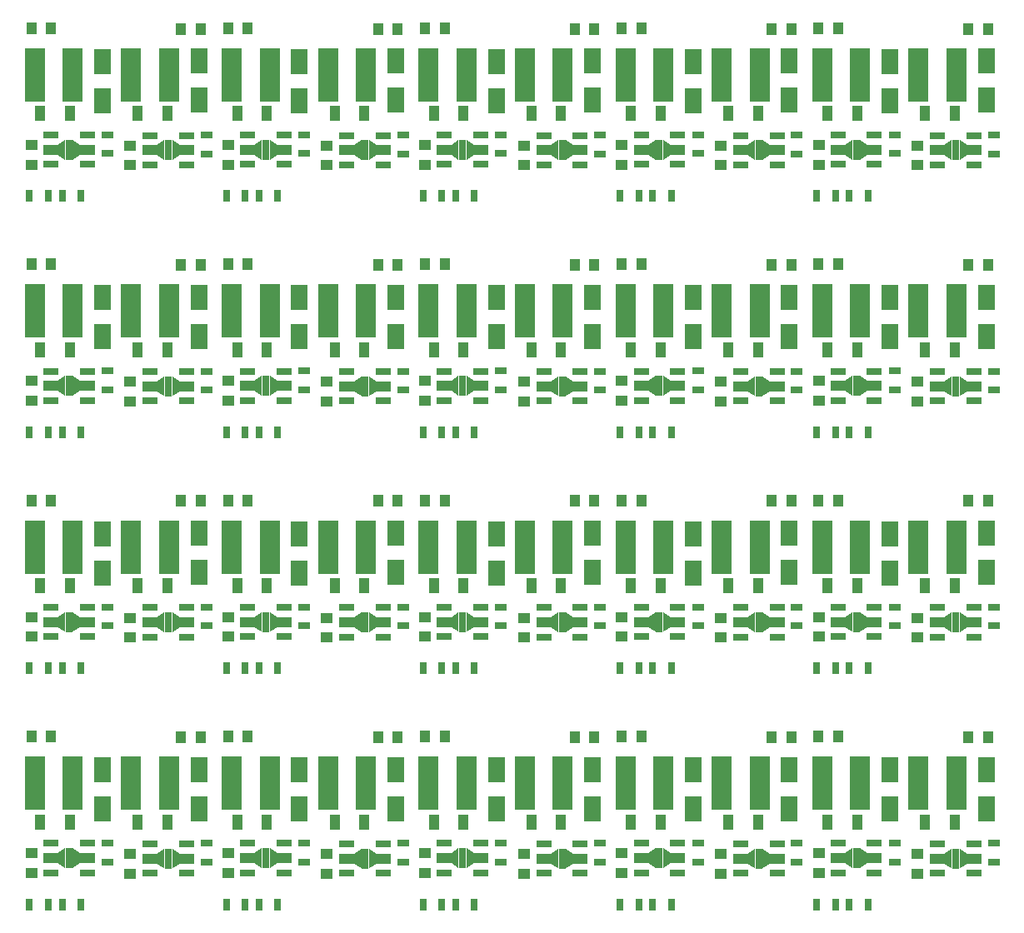
<source format=gtp>
G04 #@! TF.FileFunction,Paste,Top*
%FSLAX46Y46*%
G04 Gerber Fmt 4.6, Leading zero omitted, Abs format (unit mm)*
G04 Created by KiCad (PCBNEW 4.0.2-stable) date 9/5/2017 3:04:55 PM*
%MOMM*%
G01*
G04 APERTURE LIST*
%ADD10C,0.100000*%
%ADD11R,0.700000X1.300000*%
%ADD12R,1.000000X1.250000*%
%ADD13R,1.800000X2.500000*%
%ADD14R,2.150000X5.500000*%
%ADD15R,1.000000X1.600000*%
%ADD16R,1.500000X0.700000*%
%ADD17R,1.500000X1.000000*%
%ADD18R,0.800000X2.000000*%
%ADD19R,1.250000X1.000000*%
%ADD20R,1.300000X0.700000*%
G04 APERTURE END LIST*
D10*
D11*
X136116200Y-140999000D03*
X134216200Y-140999000D03*
X116116200Y-140999000D03*
X114216200Y-140999000D03*
X96116200Y-140999000D03*
X94216200Y-140999000D03*
X76116200Y-140999000D03*
X74216200Y-140999000D03*
X56116200Y-140999000D03*
X54216200Y-140999000D03*
X136116200Y-116999000D03*
X134216200Y-116999000D03*
X116116200Y-116999000D03*
X114216200Y-116999000D03*
X96116200Y-116999000D03*
X94216200Y-116999000D03*
X76116200Y-116999000D03*
X74216200Y-116999000D03*
X56116200Y-116999000D03*
X54216200Y-116999000D03*
X136116200Y-92999000D03*
X134216200Y-92999000D03*
X116116200Y-92999000D03*
X114216200Y-92999000D03*
X96116200Y-92999000D03*
X94216200Y-92999000D03*
X76116200Y-92999000D03*
X74216200Y-92999000D03*
X56116200Y-92999000D03*
X54216200Y-92999000D03*
X136116200Y-68999000D03*
X134216200Y-68999000D03*
X116116200Y-68999000D03*
X114216200Y-68999000D03*
X96116200Y-68999000D03*
X94216200Y-68999000D03*
X76116200Y-68999000D03*
X74216200Y-68999000D03*
X132804000Y-140999000D03*
X130904000Y-140999000D03*
X112804000Y-140999000D03*
X110904000Y-140999000D03*
X92804000Y-140999000D03*
X90904000Y-140999000D03*
X72804000Y-140999000D03*
X70904000Y-140999000D03*
X52804000Y-140999000D03*
X50904000Y-140999000D03*
X132804000Y-116999000D03*
X130904000Y-116999000D03*
X112804000Y-116999000D03*
X110904000Y-116999000D03*
X92804000Y-116999000D03*
X90904000Y-116999000D03*
X72804000Y-116999000D03*
X70904000Y-116999000D03*
X52804000Y-116999000D03*
X50904000Y-116999000D03*
X132804000Y-92999000D03*
X130904000Y-92999000D03*
X112804000Y-92999000D03*
X110904000Y-92999000D03*
X92804000Y-92999000D03*
X90904000Y-92999000D03*
X72804000Y-92999000D03*
X70904000Y-92999000D03*
X52804000Y-92999000D03*
X50904000Y-92999000D03*
X132804000Y-68999000D03*
X130904000Y-68999000D03*
X112804000Y-68999000D03*
X110904000Y-68999000D03*
X92804000Y-68999000D03*
X90904000Y-68999000D03*
X72804000Y-68999000D03*
X70904000Y-68999000D03*
D12*
X148297200Y-124006400D03*
X146297200Y-124006400D03*
X128297200Y-124006400D03*
X126297200Y-124006400D03*
X108297200Y-124006400D03*
X106297200Y-124006400D03*
X88297200Y-124006400D03*
X86297200Y-124006400D03*
X68297200Y-124006400D03*
X66297200Y-124006400D03*
X148297200Y-100006400D03*
X146297200Y-100006400D03*
X128297200Y-100006400D03*
X126297200Y-100006400D03*
X108297200Y-100006400D03*
X106297200Y-100006400D03*
X88297200Y-100006400D03*
X86297200Y-100006400D03*
X68297200Y-100006400D03*
X66297200Y-100006400D03*
X148297200Y-76006400D03*
X146297200Y-76006400D03*
X128297200Y-76006400D03*
X126297200Y-76006400D03*
X108297200Y-76006400D03*
X106297200Y-76006400D03*
X88297200Y-76006400D03*
X86297200Y-76006400D03*
X68297200Y-76006400D03*
X66297200Y-76006400D03*
X148297200Y-52006400D03*
X146297200Y-52006400D03*
X128297200Y-52006400D03*
X126297200Y-52006400D03*
X108297200Y-52006400D03*
X106297200Y-52006400D03*
X88297200Y-52006400D03*
X86297200Y-52006400D03*
D13*
X148110000Y-131283000D03*
X148110000Y-127283000D03*
X128110000Y-131283000D03*
X128110000Y-127283000D03*
X108110000Y-131283000D03*
X108110000Y-127283000D03*
X88110000Y-131283000D03*
X88110000Y-127283000D03*
X68110000Y-131283000D03*
X68110000Y-127283000D03*
X148110000Y-107283000D03*
X148110000Y-103283000D03*
X128110000Y-107283000D03*
X128110000Y-103283000D03*
X108110000Y-107283000D03*
X108110000Y-103283000D03*
X88110000Y-107283000D03*
X88110000Y-103283000D03*
X68110000Y-107283000D03*
X68110000Y-103283000D03*
X148110000Y-83283000D03*
X148110000Y-79283000D03*
X128110000Y-83283000D03*
X128110000Y-79283000D03*
X108110000Y-83283000D03*
X108110000Y-79283000D03*
X88110000Y-83283000D03*
X88110000Y-79283000D03*
X68110000Y-83283000D03*
X68110000Y-79283000D03*
X148110000Y-59283000D03*
X148110000Y-55283000D03*
X128110000Y-59283000D03*
X128110000Y-55283000D03*
X108110000Y-59283000D03*
X108110000Y-55283000D03*
X88110000Y-59283000D03*
X88110000Y-55283000D03*
D14*
X141232000Y-128680000D03*
X145082000Y-128680000D03*
X121232000Y-128680000D03*
X125082000Y-128680000D03*
X101232000Y-128680000D03*
X105082000Y-128680000D03*
X81232000Y-128680000D03*
X85082000Y-128680000D03*
X61232000Y-128680000D03*
X65082000Y-128680000D03*
X141232000Y-104680000D03*
X145082000Y-104680000D03*
X121232000Y-104680000D03*
X125082000Y-104680000D03*
X101232000Y-104680000D03*
X105082000Y-104680000D03*
X81232000Y-104680000D03*
X85082000Y-104680000D03*
X61232000Y-104680000D03*
X65082000Y-104680000D03*
X141232000Y-80680000D03*
X145082000Y-80680000D03*
X121232000Y-80680000D03*
X125082000Y-80680000D03*
X101232000Y-80680000D03*
X105082000Y-80680000D03*
X81232000Y-80680000D03*
X85082000Y-80680000D03*
X61232000Y-80680000D03*
X65082000Y-80680000D03*
X141232000Y-56680000D03*
X145082000Y-56680000D03*
X121232000Y-56680000D03*
X125082000Y-56680000D03*
X101232000Y-56680000D03*
X105082000Y-56680000D03*
X81232000Y-56680000D03*
X85082000Y-56680000D03*
D15*
X141911000Y-132617000D03*
X144911000Y-132617000D03*
X121911000Y-132617000D03*
X124911000Y-132617000D03*
X101911000Y-132617000D03*
X104911000Y-132617000D03*
X81911000Y-132617000D03*
X84911000Y-132617000D03*
X61911000Y-132617000D03*
X64911000Y-132617000D03*
X141911000Y-108617000D03*
X144911000Y-108617000D03*
X121911000Y-108617000D03*
X124911000Y-108617000D03*
X101911000Y-108617000D03*
X104911000Y-108617000D03*
X81911000Y-108617000D03*
X84911000Y-108617000D03*
X61911000Y-108617000D03*
X64911000Y-108617000D03*
X141911000Y-84617000D03*
X144911000Y-84617000D03*
X121911000Y-84617000D03*
X124911000Y-84617000D03*
X101911000Y-84617000D03*
X104911000Y-84617000D03*
X81911000Y-84617000D03*
X84911000Y-84617000D03*
X61911000Y-84617000D03*
X64911000Y-84617000D03*
X141911000Y-60617000D03*
X144911000Y-60617000D03*
X121911000Y-60617000D03*
X124911000Y-60617000D03*
X101911000Y-60617000D03*
X104911000Y-60617000D03*
X81911000Y-60617000D03*
X84911000Y-60617000D03*
D10*
G36*
X135302000Y-135300000D02*
X136052000Y-135800000D01*
X136052000Y-136800000D01*
X135302000Y-137300000D01*
X135302000Y-135300000D01*
X135302000Y-135300000D01*
G37*
D16*
X136752000Y-134800000D03*
X136752000Y-137800000D03*
X133052000Y-134800000D03*
D17*
X133052000Y-136300000D03*
D16*
X133052000Y-137800000D03*
D17*
X136752000Y-136300000D03*
D10*
G36*
X134502000Y-137300000D02*
X133752000Y-136800000D01*
X133752000Y-135800000D01*
X134502000Y-135300000D01*
X134502000Y-137300000D01*
X134502000Y-137300000D01*
G37*
D18*
X134902000Y-136300000D03*
D10*
G36*
X115302000Y-135300000D02*
X116052000Y-135800000D01*
X116052000Y-136800000D01*
X115302000Y-137300000D01*
X115302000Y-135300000D01*
X115302000Y-135300000D01*
G37*
D16*
X116752000Y-134800000D03*
X116752000Y-137800000D03*
X113052000Y-134800000D03*
D17*
X113052000Y-136300000D03*
D16*
X113052000Y-137800000D03*
D17*
X116752000Y-136300000D03*
D10*
G36*
X114502000Y-137300000D02*
X113752000Y-136800000D01*
X113752000Y-135800000D01*
X114502000Y-135300000D01*
X114502000Y-137300000D01*
X114502000Y-137300000D01*
G37*
D18*
X114902000Y-136300000D03*
D10*
G36*
X95302000Y-135300000D02*
X96052000Y-135800000D01*
X96052000Y-136800000D01*
X95302000Y-137300000D01*
X95302000Y-135300000D01*
X95302000Y-135300000D01*
G37*
D16*
X96752000Y-134800000D03*
X96752000Y-137800000D03*
X93052000Y-134800000D03*
D17*
X93052000Y-136300000D03*
D16*
X93052000Y-137800000D03*
D17*
X96752000Y-136300000D03*
D10*
G36*
X94502000Y-137300000D02*
X93752000Y-136800000D01*
X93752000Y-135800000D01*
X94502000Y-135300000D01*
X94502000Y-137300000D01*
X94502000Y-137300000D01*
G37*
D18*
X94902000Y-136300000D03*
D10*
G36*
X75302000Y-135300000D02*
X76052000Y-135800000D01*
X76052000Y-136800000D01*
X75302000Y-137300000D01*
X75302000Y-135300000D01*
X75302000Y-135300000D01*
G37*
D16*
X76752000Y-134800000D03*
X76752000Y-137800000D03*
X73052000Y-134800000D03*
D17*
X73052000Y-136300000D03*
D16*
X73052000Y-137800000D03*
D17*
X76752000Y-136300000D03*
D10*
G36*
X74502000Y-137300000D02*
X73752000Y-136800000D01*
X73752000Y-135800000D01*
X74502000Y-135300000D01*
X74502000Y-137300000D01*
X74502000Y-137300000D01*
G37*
D18*
X74902000Y-136300000D03*
D10*
G36*
X55302000Y-135300000D02*
X56052000Y-135800000D01*
X56052000Y-136800000D01*
X55302000Y-137300000D01*
X55302000Y-135300000D01*
X55302000Y-135300000D01*
G37*
D16*
X56752000Y-134800000D03*
X56752000Y-137800000D03*
X53052000Y-134800000D03*
D17*
X53052000Y-136300000D03*
D16*
X53052000Y-137800000D03*
D17*
X56752000Y-136300000D03*
D10*
G36*
X54502000Y-137300000D02*
X53752000Y-136800000D01*
X53752000Y-135800000D01*
X54502000Y-135300000D01*
X54502000Y-137300000D01*
X54502000Y-137300000D01*
G37*
D18*
X54902000Y-136300000D03*
D10*
G36*
X135302000Y-111300000D02*
X136052000Y-111800000D01*
X136052000Y-112800000D01*
X135302000Y-113300000D01*
X135302000Y-111300000D01*
X135302000Y-111300000D01*
G37*
D16*
X136752000Y-110800000D03*
X136752000Y-113800000D03*
X133052000Y-110800000D03*
D17*
X133052000Y-112300000D03*
D16*
X133052000Y-113800000D03*
D17*
X136752000Y-112300000D03*
D10*
G36*
X134502000Y-113300000D02*
X133752000Y-112800000D01*
X133752000Y-111800000D01*
X134502000Y-111300000D01*
X134502000Y-113300000D01*
X134502000Y-113300000D01*
G37*
D18*
X134902000Y-112300000D03*
D10*
G36*
X115302000Y-111300000D02*
X116052000Y-111800000D01*
X116052000Y-112800000D01*
X115302000Y-113300000D01*
X115302000Y-111300000D01*
X115302000Y-111300000D01*
G37*
D16*
X116752000Y-110800000D03*
X116752000Y-113800000D03*
X113052000Y-110800000D03*
D17*
X113052000Y-112300000D03*
D16*
X113052000Y-113800000D03*
D17*
X116752000Y-112300000D03*
D10*
G36*
X114502000Y-113300000D02*
X113752000Y-112800000D01*
X113752000Y-111800000D01*
X114502000Y-111300000D01*
X114502000Y-113300000D01*
X114502000Y-113300000D01*
G37*
D18*
X114902000Y-112300000D03*
D10*
G36*
X95302000Y-111300000D02*
X96052000Y-111800000D01*
X96052000Y-112800000D01*
X95302000Y-113300000D01*
X95302000Y-111300000D01*
X95302000Y-111300000D01*
G37*
D16*
X96752000Y-110800000D03*
X96752000Y-113800000D03*
X93052000Y-110800000D03*
D17*
X93052000Y-112300000D03*
D16*
X93052000Y-113800000D03*
D17*
X96752000Y-112300000D03*
D10*
G36*
X94502000Y-113300000D02*
X93752000Y-112800000D01*
X93752000Y-111800000D01*
X94502000Y-111300000D01*
X94502000Y-113300000D01*
X94502000Y-113300000D01*
G37*
D18*
X94902000Y-112300000D03*
D10*
G36*
X75302000Y-111300000D02*
X76052000Y-111800000D01*
X76052000Y-112800000D01*
X75302000Y-113300000D01*
X75302000Y-111300000D01*
X75302000Y-111300000D01*
G37*
D16*
X76752000Y-110800000D03*
X76752000Y-113800000D03*
X73052000Y-110800000D03*
D17*
X73052000Y-112300000D03*
D16*
X73052000Y-113800000D03*
D17*
X76752000Y-112300000D03*
D10*
G36*
X74502000Y-113300000D02*
X73752000Y-112800000D01*
X73752000Y-111800000D01*
X74502000Y-111300000D01*
X74502000Y-113300000D01*
X74502000Y-113300000D01*
G37*
D18*
X74902000Y-112300000D03*
D10*
G36*
X55302000Y-111300000D02*
X56052000Y-111800000D01*
X56052000Y-112800000D01*
X55302000Y-113300000D01*
X55302000Y-111300000D01*
X55302000Y-111300000D01*
G37*
D16*
X56752000Y-110800000D03*
X56752000Y-113800000D03*
X53052000Y-110800000D03*
D17*
X53052000Y-112300000D03*
D16*
X53052000Y-113800000D03*
D17*
X56752000Y-112300000D03*
D10*
G36*
X54502000Y-113300000D02*
X53752000Y-112800000D01*
X53752000Y-111800000D01*
X54502000Y-111300000D01*
X54502000Y-113300000D01*
X54502000Y-113300000D01*
G37*
D18*
X54902000Y-112300000D03*
D10*
G36*
X135302000Y-87300000D02*
X136052000Y-87800000D01*
X136052000Y-88800000D01*
X135302000Y-89300000D01*
X135302000Y-87300000D01*
X135302000Y-87300000D01*
G37*
D16*
X136752000Y-86800000D03*
X136752000Y-89800000D03*
X133052000Y-86800000D03*
D17*
X133052000Y-88300000D03*
D16*
X133052000Y-89800000D03*
D17*
X136752000Y-88300000D03*
D10*
G36*
X134502000Y-89300000D02*
X133752000Y-88800000D01*
X133752000Y-87800000D01*
X134502000Y-87300000D01*
X134502000Y-89300000D01*
X134502000Y-89300000D01*
G37*
D18*
X134902000Y-88300000D03*
D10*
G36*
X115302000Y-87300000D02*
X116052000Y-87800000D01*
X116052000Y-88800000D01*
X115302000Y-89300000D01*
X115302000Y-87300000D01*
X115302000Y-87300000D01*
G37*
D16*
X116752000Y-86800000D03*
X116752000Y-89800000D03*
X113052000Y-86800000D03*
D17*
X113052000Y-88300000D03*
D16*
X113052000Y-89800000D03*
D17*
X116752000Y-88300000D03*
D10*
G36*
X114502000Y-89300000D02*
X113752000Y-88800000D01*
X113752000Y-87800000D01*
X114502000Y-87300000D01*
X114502000Y-89300000D01*
X114502000Y-89300000D01*
G37*
D18*
X114902000Y-88300000D03*
D10*
G36*
X95302000Y-87300000D02*
X96052000Y-87800000D01*
X96052000Y-88800000D01*
X95302000Y-89300000D01*
X95302000Y-87300000D01*
X95302000Y-87300000D01*
G37*
D16*
X96752000Y-86800000D03*
X96752000Y-89800000D03*
X93052000Y-86800000D03*
D17*
X93052000Y-88300000D03*
D16*
X93052000Y-89800000D03*
D17*
X96752000Y-88300000D03*
D10*
G36*
X94502000Y-89300000D02*
X93752000Y-88800000D01*
X93752000Y-87800000D01*
X94502000Y-87300000D01*
X94502000Y-89300000D01*
X94502000Y-89300000D01*
G37*
D18*
X94902000Y-88300000D03*
D10*
G36*
X75302000Y-87300000D02*
X76052000Y-87800000D01*
X76052000Y-88800000D01*
X75302000Y-89300000D01*
X75302000Y-87300000D01*
X75302000Y-87300000D01*
G37*
D16*
X76752000Y-86800000D03*
X76752000Y-89800000D03*
X73052000Y-86800000D03*
D17*
X73052000Y-88300000D03*
D16*
X73052000Y-89800000D03*
D17*
X76752000Y-88300000D03*
D10*
G36*
X74502000Y-89300000D02*
X73752000Y-88800000D01*
X73752000Y-87800000D01*
X74502000Y-87300000D01*
X74502000Y-89300000D01*
X74502000Y-89300000D01*
G37*
D18*
X74902000Y-88300000D03*
D10*
G36*
X55302000Y-87300000D02*
X56052000Y-87800000D01*
X56052000Y-88800000D01*
X55302000Y-89300000D01*
X55302000Y-87300000D01*
X55302000Y-87300000D01*
G37*
D16*
X56752000Y-86800000D03*
X56752000Y-89800000D03*
X53052000Y-86800000D03*
D17*
X53052000Y-88300000D03*
D16*
X53052000Y-89800000D03*
D17*
X56752000Y-88300000D03*
D10*
G36*
X54502000Y-89300000D02*
X53752000Y-88800000D01*
X53752000Y-87800000D01*
X54502000Y-87300000D01*
X54502000Y-89300000D01*
X54502000Y-89300000D01*
G37*
D18*
X54902000Y-88300000D03*
D10*
G36*
X135302000Y-63300000D02*
X136052000Y-63800000D01*
X136052000Y-64800000D01*
X135302000Y-65300000D01*
X135302000Y-63300000D01*
X135302000Y-63300000D01*
G37*
D16*
X136752000Y-62800000D03*
X136752000Y-65800000D03*
X133052000Y-62800000D03*
D17*
X133052000Y-64300000D03*
D16*
X133052000Y-65800000D03*
D17*
X136752000Y-64300000D03*
D10*
G36*
X134502000Y-65300000D02*
X133752000Y-64800000D01*
X133752000Y-63800000D01*
X134502000Y-63300000D01*
X134502000Y-65300000D01*
X134502000Y-65300000D01*
G37*
D18*
X134902000Y-64300000D03*
D10*
G36*
X115302000Y-63300000D02*
X116052000Y-63800000D01*
X116052000Y-64800000D01*
X115302000Y-65300000D01*
X115302000Y-63300000D01*
X115302000Y-63300000D01*
G37*
D16*
X116752000Y-62800000D03*
X116752000Y-65800000D03*
X113052000Y-62800000D03*
D17*
X113052000Y-64300000D03*
D16*
X113052000Y-65800000D03*
D17*
X116752000Y-64300000D03*
D10*
G36*
X114502000Y-65300000D02*
X113752000Y-64800000D01*
X113752000Y-63800000D01*
X114502000Y-63300000D01*
X114502000Y-65300000D01*
X114502000Y-65300000D01*
G37*
D18*
X114902000Y-64300000D03*
D10*
G36*
X95302000Y-63300000D02*
X96052000Y-63800000D01*
X96052000Y-64800000D01*
X95302000Y-65300000D01*
X95302000Y-63300000D01*
X95302000Y-63300000D01*
G37*
D16*
X96752000Y-62800000D03*
X96752000Y-65800000D03*
X93052000Y-62800000D03*
D17*
X93052000Y-64300000D03*
D16*
X93052000Y-65800000D03*
D17*
X96752000Y-64300000D03*
D10*
G36*
X94502000Y-65300000D02*
X93752000Y-64800000D01*
X93752000Y-63800000D01*
X94502000Y-63300000D01*
X94502000Y-65300000D01*
X94502000Y-65300000D01*
G37*
D18*
X94902000Y-64300000D03*
D10*
G36*
X75302000Y-63300000D02*
X76052000Y-63800000D01*
X76052000Y-64800000D01*
X75302000Y-65300000D01*
X75302000Y-63300000D01*
X75302000Y-63300000D01*
G37*
D16*
X76752000Y-62800000D03*
X76752000Y-65800000D03*
X73052000Y-62800000D03*
D17*
X73052000Y-64300000D03*
D16*
X73052000Y-65800000D03*
D17*
X76752000Y-64300000D03*
D10*
G36*
X74502000Y-65300000D02*
X73752000Y-64800000D01*
X73752000Y-63800000D01*
X74502000Y-63300000D01*
X74502000Y-65300000D01*
X74502000Y-65300000D01*
G37*
D18*
X74902000Y-64300000D03*
D19*
X131092000Y-137808000D03*
X131092000Y-135808000D03*
X111092000Y-137808000D03*
X111092000Y-135808000D03*
X91092000Y-137808000D03*
X91092000Y-135808000D03*
X71092000Y-137808000D03*
X71092000Y-135808000D03*
X51092000Y-137808000D03*
X51092000Y-135808000D03*
X131092000Y-113808000D03*
X131092000Y-111808000D03*
X111092000Y-113808000D03*
X111092000Y-111808000D03*
X91092000Y-113808000D03*
X91092000Y-111808000D03*
X71092000Y-113808000D03*
X71092000Y-111808000D03*
X51092000Y-113808000D03*
X51092000Y-111808000D03*
X131092000Y-89808000D03*
X131092000Y-87808000D03*
X111092000Y-89808000D03*
X111092000Y-87808000D03*
X91092000Y-89808000D03*
X91092000Y-87808000D03*
X71092000Y-89808000D03*
X71092000Y-87808000D03*
X51092000Y-89808000D03*
X51092000Y-87808000D03*
X131092000Y-65808000D03*
X131092000Y-63808000D03*
X111092000Y-65808000D03*
X111092000Y-63808000D03*
X91092000Y-65808000D03*
X91092000Y-63808000D03*
X71092000Y-65808000D03*
X71092000Y-63808000D03*
X141125000Y-137871500D03*
X141125000Y-135871500D03*
X121125000Y-137871500D03*
X121125000Y-135871500D03*
X101125000Y-137871500D03*
X101125000Y-135871500D03*
X81125000Y-137871500D03*
X81125000Y-135871500D03*
X61125000Y-137871500D03*
X61125000Y-135871500D03*
X141125000Y-113871500D03*
X141125000Y-111871500D03*
X121125000Y-113871500D03*
X121125000Y-111871500D03*
X101125000Y-113871500D03*
X101125000Y-111871500D03*
X81125000Y-113871500D03*
X81125000Y-111871500D03*
X61125000Y-113871500D03*
X61125000Y-111871500D03*
X141125000Y-89871500D03*
X141125000Y-87871500D03*
X121125000Y-89871500D03*
X121125000Y-87871500D03*
X101125000Y-89871500D03*
X101125000Y-87871500D03*
X81125000Y-89871500D03*
X81125000Y-87871500D03*
X61125000Y-89871500D03*
X61125000Y-87871500D03*
X141125000Y-65871500D03*
X141125000Y-63871500D03*
X121125000Y-65871500D03*
X121125000Y-63871500D03*
X101125000Y-65871500D03*
X101125000Y-63871500D03*
X81125000Y-65871500D03*
X81125000Y-63871500D03*
D20*
X148872000Y-134803900D03*
X148872000Y-136703900D03*
X128872000Y-134803900D03*
X128872000Y-136703900D03*
X108872000Y-134803900D03*
X108872000Y-136703900D03*
X88872000Y-134803900D03*
X88872000Y-136703900D03*
X68872000Y-134803900D03*
X68872000Y-136703900D03*
X148872000Y-110803900D03*
X148872000Y-112703900D03*
X128872000Y-110803900D03*
X128872000Y-112703900D03*
X108872000Y-110803900D03*
X108872000Y-112703900D03*
X88872000Y-110803900D03*
X88872000Y-112703900D03*
X68872000Y-110803900D03*
X68872000Y-112703900D03*
X148872000Y-86803900D03*
X148872000Y-88703900D03*
X128872000Y-86803900D03*
X128872000Y-88703900D03*
X108872000Y-86803900D03*
X108872000Y-88703900D03*
X88872000Y-86803900D03*
X88872000Y-88703900D03*
X68872000Y-86803900D03*
X68872000Y-88703900D03*
X148872000Y-62803900D03*
X148872000Y-64703900D03*
X128872000Y-62803900D03*
X128872000Y-64703900D03*
X108872000Y-62803900D03*
X108872000Y-64703900D03*
X88872000Y-62803900D03*
X88872000Y-64703900D03*
D10*
G36*
X145407000Y-135339500D02*
X146157000Y-135839500D01*
X146157000Y-136839500D01*
X145407000Y-137339500D01*
X145407000Y-135339500D01*
X145407000Y-135339500D01*
G37*
D16*
X146857000Y-134839500D03*
X146857000Y-137839500D03*
X143157000Y-134839500D03*
D17*
X143157000Y-136339500D03*
D16*
X143157000Y-137839500D03*
D17*
X146857000Y-136339500D03*
D10*
G36*
X144607000Y-137339500D02*
X143857000Y-136839500D01*
X143857000Y-135839500D01*
X144607000Y-135339500D01*
X144607000Y-137339500D01*
X144607000Y-137339500D01*
G37*
D18*
X145007000Y-136339500D03*
D10*
G36*
X125407000Y-135339500D02*
X126157000Y-135839500D01*
X126157000Y-136839500D01*
X125407000Y-137339500D01*
X125407000Y-135339500D01*
X125407000Y-135339500D01*
G37*
D16*
X126857000Y-134839500D03*
X126857000Y-137839500D03*
X123157000Y-134839500D03*
D17*
X123157000Y-136339500D03*
D16*
X123157000Y-137839500D03*
D17*
X126857000Y-136339500D03*
D10*
G36*
X124607000Y-137339500D02*
X123857000Y-136839500D01*
X123857000Y-135839500D01*
X124607000Y-135339500D01*
X124607000Y-137339500D01*
X124607000Y-137339500D01*
G37*
D18*
X125007000Y-136339500D03*
D10*
G36*
X105407000Y-135339500D02*
X106157000Y-135839500D01*
X106157000Y-136839500D01*
X105407000Y-137339500D01*
X105407000Y-135339500D01*
X105407000Y-135339500D01*
G37*
D16*
X106857000Y-134839500D03*
X106857000Y-137839500D03*
X103157000Y-134839500D03*
D17*
X103157000Y-136339500D03*
D16*
X103157000Y-137839500D03*
D17*
X106857000Y-136339500D03*
D10*
G36*
X104607000Y-137339500D02*
X103857000Y-136839500D01*
X103857000Y-135839500D01*
X104607000Y-135339500D01*
X104607000Y-137339500D01*
X104607000Y-137339500D01*
G37*
D18*
X105007000Y-136339500D03*
D10*
G36*
X85407000Y-135339500D02*
X86157000Y-135839500D01*
X86157000Y-136839500D01*
X85407000Y-137339500D01*
X85407000Y-135339500D01*
X85407000Y-135339500D01*
G37*
D16*
X86857000Y-134839500D03*
X86857000Y-137839500D03*
X83157000Y-134839500D03*
D17*
X83157000Y-136339500D03*
D16*
X83157000Y-137839500D03*
D17*
X86857000Y-136339500D03*
D10*
G36*
X84607000Y-137339500D02*
X83857000Y-136839500D01*
X83857000Y-135839500D01*
X84607000Y-135339500D01*
X84607000Y-137339500D01*
X84607000Y-137339500D01*
G37*
D18*
X85007000Y-136339500D03*
D10*
G36*
X65407000Y-135339500D02*
X66157000Y-135839500D01*
X66157000Y-136839500D01*
X65407000Y-137339500D01*
X65407000Y-135339500D01*
X65407000Y-135339500D01*
G37*
D16*
X66857000Y-134839500D03*
X66857000Y-137839500D03*
X63157000Y-134839500D03*
D17*
X63157000Y-136339500D03*
D16*
X63157000Y-137839500D03*
D17*
X66857000Y-136339500D03*
D10*
G36*
X64607000Y-137339500D02*
X63857000Y-136839500D01*
X63857000Y-135839500D01*
X64607000Y-135339500D01*
X64607000Y-137339500D01*
X64607000Y-137339500D01*
G37*
D18*
X65007000Y-136339500D03*
D10*
G36*
X145407000Y-111339500D02*
X146157000Y-111839500D01*
X146157000Y-112839500D01*
X145407000Y-113339500D01*
X145407000Y-111339500D01*
X145407000Y-111339500D01*
G37*
D16*
X146857000Y-110839500D03*
X146857000Y-113839500D03*
X143157000Y-110839500D03*
D17*
X143157000Y-112339500D03*
D16*
X143157000Y-113839500D03*
D17*
X146857000Y-112339500D03*
D10*
G36*
X144607000Y-113339500D02*
X143857000Y-112839500D01*
X143857000Y-111839500D01*
X144607000Y-111339500D01*
X144607000Y-113339500D01*
X144607000Y-113339500D01*
G37*
D18*
X145007000Y-112339500D03*
D10*
G36*
X125407000Y-111339500D02*
X126157000Y-111839500D01*
X126157000Y-112839500D01*
X125407000Y-113339500D01*
X125407000Y-111339500D01*
X125407000Y-111339500D01*
G37*
D16*
X126857000Y-110839500D03*
X126857000Y-113839500D03*
X123157000Y-110839500D03*
D17*
X123157000Y-112339500D03*
D16*
X123157000Y-113839500D03*
D17*
X126857000Y-112339500D03*
D10*
G36*
X124607000Y-113339500D02*
X123857000Y-112839500D01*
X123857000Y-111839500D01*
X124607000Y-111339500D01*
X124607000Y-113339500D01*
X124607000Y-113339500D01*
G37*
D18*
X125007000Y-112339500D03*
D10*
G36*
X105407000Y-111339500D02*
X106157000Y-111839500D01*
X106157000Y-112839500D01*
X105407000Y-113339500D01*
X105407000Y-111339500D01*
X105407000Y-111339500D01*
G37*
D16*
X106857000Y-110839500D03*
X106857000Y-113839500D03*
X103157000Y-110839500D03*
D17*
X103157000Y-112339500D03*
D16*
X103157000Y-113839500D03*
D17*
X106857000Y-112339500D03*
D10*
G36*
X104607000Y-113339500D02*
X103857000Y-112839500D01*
X103857000Y-111839500D01*
X104607000Y-111339500D01*
X104607000Y-113339500D01*
X104607000Y-113339500D01*
G37*
D18*
X105007000Y-112339500D03*
D10*
G36*
X85407000Y-111339500D02*
X86157000Y-111839500D01*
X86157000Y-112839500D01*
X85407000Y-113339500D01*
X85407000Y-111339500D01*
X85407000Y-111339500D01*
G37*
D16*
X86857000Y-110839500D03*
X86857000Y-113839500D03*
X83157000Y-110839500D03*
D17*
X83157000Y-112339500D03*
D16*
X83157000Y-113839500D03*
D17*
X86857000Y-112339500D03*
D10*
G36*
X84607000Y-113339500D02*
X83857000Y-112839500D01*
X83857000Y-111839500D01*
X84607000Y-111339500D01*
X84607000Y-113339500D01*
X84607000Y-113339500D01*
G37*
D18*
X85007000Y-112339500D03*
D10*
G36*
X65407000Y-111339500D02*
X66157000Y-111839500D01*
X66157000Y-112839500D01*
X65407000Y-113339500D01*
X65407000Y-111339500D01*
X65407000Y-111339500D01*
G37*
D16*
X66857000Y-110839500D03*
X66857000Y-113839500D03*
X63157000Y-110839500D03*
D17*
X63157000Y-112339500D03*
D16*
X63157000Y-113839500D03*
D17*
X66857000Y-112339500D03*
D10*
G36*
X64607000Y-113339500D02*
X63857000Y-112839500D01*
X63857000Y-111839500D01*
X64607000Y-111339500D01*
X64607000Y-113339500D01*
X64607000Y-113339500D01*
G37*
D18*
X65007000Y-112339500D03*
D10*
G36*
X145407000Y-87339500D02*
X146157000Y-87839500D01*
X146157000Y-88839500D01*
X145407000Y-89339500D01*
X145407000Y-87339500D01*
X145407000Y-87339500D01*
G37*
D16*
X146857000Y-86839500D03*
X146857000Y-89839500D03*
X143157000Y-86839500D03*
D17*
X143157000Y-88339500D03*
D16*
X143157000Y-89839500D03*
D17*
X146857000Y-88339500D03*
D10*
G36*
X144607000Y-89339500D02*
X143857000Y-88839500D01*
X143857000Y-87839500D01*
X144607000Y-87339500D01*
X144607000Y-89339500D01*
X144607000Y-89339500D01*
G37*
D18*
X145007000Y-88339500D03*
D10*
G36*
X125407000Y-87339500D02*
X126157000Y-87839500D01*
X126157000Y-88839500D01*
X125407000Y-89339500D01*
X125407000Y-87339500D01*
X125407000Y-87339500D01*
G37*
D16*
X126857000Y-86839500D03*
X126857000Y-89839500D03*
X123157000Y-86839500D03*
D17*
X123157000Y-88339500D03*
D16*
X123157000Y-89839500D03*
D17*
X126857000Y-88339500D03*
D10*
G36*
X124607000Y-89339500D02*
X123857000Y-88839500D01*
X123857000Y-87839500D01*
X124607000Y-87339500D01*
X124607000Y-89339500D01*
X124607000Y-89339500D01*
G37*
D18*
X125007000Y-88339500D03*
D10*
G36*
X105407000Y-87339500D02*
X106157000Y-87839500D01*
X106157000Y-88839500D01*
X105407000Y-89339500D01*
X105407000Y-87339500D01*
X105407000Y-87339500D01*
G37*
D16*
X106857000Y-86839500D03*
X106857000Y-89839500D03*
X103157000Y-86839500D03*
D17*
X103157000Y-88339500D03*
D16*
X103157000Y-89839500D03*
D17*
X106857000Y-88339500D03*
D10*
G36*
X104607000Y-89339500D02*
X103857000Y-88839500D01*
X103857000Y-87839500D01*
X104607000Y-87339500D01*
X104607000Y-89339500D01*
X104607000Y-89339500D01*
G37*
D18*
X105007000Y-88339500D03*
D10*
G36*
X85407000Y-87339500D02*
X86157000Y-87839500D01*
X86157000Y-88839500D01*
X85407000Y-89339500D01*
X85407000Y-87339500D01*
X85407000Y-87339500D01*
G37*
D16*
X86857000Y-86839500D03*
X86857000Y-89839500D03*
X83157000Y-86839500D03*
D17*
X83157000Y-88339500D03*
D16*
X83157000Y-89839500D03*
D17*
X86857000Y-88339500D03*
D10*
G36*
X84607000Y-89339500D02*
X83857000Y-88839500D01*
X83857000Y-87839500D01*
X84607000Y-87339500D01*
X84607000Y-89339500D01*
X84607000Y-89339500D01*
G37*
D18*
X85007000Y-88339500D03*
D10*
G36*
X65407000Y-87339500D02*
X66157000Y-87839500D01*
X66157000Y-88839500D01*
X65407000Y-89339500D01*
X65407000Y-87339500D01*
X65407000Y-87339500D01*
G37*
D16*
X66857000Y-86839500D03*
X66857000Y-89839500D03*
X63157000Y-86839500D03*
D17*
X63157000Y-88339500D03*
D16*
X63157000Y-89839500D03*
D17*
X66857000Y-88339500D03*
D10*
G36*
X64607000Y-89339500D02*
X63857000Y-88839500D01*
X63857000Y-87839500D01*
X64607000Y-87339500D01*
X64607000Y-89339500D01*
X64607000Y-89339500D01*
G37*
D18*
X65007000Y-88339500D03*
D10*
G36*
X145407000Y-63339500D02*
X146157000Y-63839500D01*
X146157000Y-64839500D01*
X145407000Y-65339500D01*
X145407000Y-63339500D01*
X145407000Y-63339500D01*
G37*
D16*
X146857000Y-62839500D03*
X146857000Y-65839500D03*
X143157000Y-62839500D03*
D17*
X143157000Y-64339500D03*
D16*
X143157000Y-65839500D03*
D17*
X146857000Y-64339500D03*
D10*
G36*
X144607000Y-65339500D02*
X143857000Y-64839500D01*
X143857000Y-63839500D01*
X144607000Y-63339500D01*
X144607000Y-65339500D01*
X144607000Y-65339500D01*
G37*
D18*
X145007000Y-64339500D03*
D10*
G36*
X125407000Y-63339500D02*
X126157000Y-63839500D01*
X126157000Y-64839500D01*
X125407000Y-65339500D01*
X125407000Y-63339500D01*
X125407000Y-63339500D01*
G37*
D16*
X126857000Y-62839500D03*
X126857000Y-65839500D03*
X123157000Y-62839500D03*
D17*
X123157000Y-64339500D03*
D16*
X123157000Y-65839500D03*
D17*
X126857000Y-64339500D03*
D10*
G36*
X124607000Y-65339500D02*
X123857000Y-64839500D01*
X123857000Y-63839500D01*
X124607000Y-63339500D01*
X124607000Y-65339500D01*
X124607000Y-65339500D01*
G37*
D18*
X125007000Y-64339500D03*
D10*
G36*
X105407000Y-63339500D02*
X106157000Y-63839500D01*
X106157000Y-64839500D01*
X105407000Y-65339500D01*
X105407000Y-63339500D01*
X105407000Y-63339500D01*
G37*
D16*
X106857000Y-62839500D03*
X106857000Y-65839500D03*
X103157000Y-62839500D03*
D17*
X103157000Y-64339500D03*
D16*
X103157000Y-65839500D03*
D17*
X106857000Y-64339500D03*
D10*
G36*
X104607000Y-65339500D02*
X103857000Y-64839500D01*
X103857000Y-63839500D01*
X104607000Y-63339500D01*
X104607000Y-65339500D01*
X104607000Y-65339500D01*
G37*
D18*
X105007000Y-64339500D03*
D10*
G36*
X85407000Y-63339500D02*
X86157000Y-63839500D01*
X86157000Y-64839500D01*
X85407000Y-65339500D01*
X85407000Y-63339500D01*
X85407000Y-63339500D01*
G37*
D16*
X86857000Y-62839500D03*
X86857000Y-65839500D03*
X83157000Y-62839500D03*
D17*
X83157000Y-64339500D03*
D16*
X83157000Y-65839500D03*
D17*
X86857000Y-64339500D03*
D10*
G36*
X84607000Y-65339500D02*
X83857000Y-64839500D01*
X83857000Y-63839500D01*
X84607000Y-63339500D01*
X84607000Y-65339500D01*
X84607000Y-65339500D01*
G37*
D18*
X85007000Y-64339500D03*
D20*
X138813600Y-134791200D03*
X138813600Y-136691200D03*
X118813600Y-134791200D03*
X118813600Y-136691200D03*
X98813600Y-134791200D03*
X98813600Y-136691200D03*
X78813600Y-134791200D03*
X78813600Y-136691200D03*
X58813600Y-134791200D03*
X58813600Y-136691200D03*
X138813600Y-110791200D03*
X138813600Y-112691200D03*
X118813600Y-110791200D03*
X118813600Y-112691200D03*
X98813600Y-110791200D03*
X98813600Y-112691200D03*
X78813600Y-110791200D03*
X78813600Y-112691200D03*
X58813600Y-110791200D03*
X58813600Y-112691200D03*
X138813600Y-86791200D03*
X138813600Y-88691200D03*
X118813600Y-86791200D03*
X118813600Y-88691200D03*
X98813600Y-86791200D03*
X98813600Y-88691200D03*
X78813600Y-86791200D03*
X78813600Y-88691200D03*
X58813600Y-86791200D03*
X58813600Y-88691200D03*
X138813600Y-62791200D03*
X138813600Y-64691200D03*
X118813600Y-62791200D03*
X118813600Y-64691200D03*
X98813600Y-62791200D03*
X98813600Y-64691200D03*
X78813600Y-62791200D03*
X78813600Y-64691200D03*
D13*
X138331000Y-131315000D03*
X138331000Y-127315000D03*
X118331000Y-131315000D03*
X118331000Y-127315000D03*
X98331000Y-131315000D03*
X98331000Y-127315000D03*
X78331000Y-131315000D03*
X78331000Y-127315000D03*
X58331000Y-131315000D03*
X58331000Y-127315000D03*
X138331000Y-107315000D03*
X138331000Y-103315000D03*
X118331000Y-107315000D03*
X118331000Y-103315000D03*
X98331000Y-107315000D03*
X98331000Y-103315000D03*
X78331000Y-107315000D03*
X78331000Y-103315000D03*
X58331000Y-107315000D03*
X58331000Y-103315000D03*
X138331000Y-83315000D03*
X138331000Y-79315000D03*
X118331000Y-83315000D03*
X118331000Y-79315000D03*
X98331000Y-83315000D03*
X98331000Y-79315000D03*
X78331000Y-83315000D03*
X78331000Y-79315000D03*
X58331000Y-83315000D03*
X58331000Y-79315000D03*
X138331000Y-59315000D03*
X138331000Y-55315000D03*
X118331000Y-59315000D03*
X118331000Y-55315000D03*
X98331000Y-59315000D03*
X98331000Y-55315000D03*
X78331000Y-59315000D03*
X78331000Y-55315000D03*
D15*
X132005000Y-132617000D03*
X135005000Y-132617000D03*
X112005000Y-132617000D03*
X115005000Y-132617000D03*
X92005000Y-132617000D03*
X95005000Y-132617000D03*
X72005000Y-132617000D03*
X75005000Y-132617000D03*
X52005000Y-132617000D03*
X55005000Y-132617000D03*
X132005000Y-108617000D03*
X135005000Y-108617000D03*
X112005000Y-108617000D03*
X115005000Y-108617000D03*
X92005000Y-108617000D03*
X95005000Y-108617000D03*
X72005000Y-108617000D03*
X75005000Y-108617000D03*
X52005000Y-108617000D03*
X55005000Y-108617000D03*
X132005000Y-84617000D03*
X135005000Y-84617000D03*
X112005000Y-84617000D03*
X115005000Y-84617000D03*
X92005000Y-84617000D03*
X95005000Y-84617000D03*
X72005000Y-84617000D03*
X75005000Y-84617000D03*
X52005000Y-84617000D03*
X55005000Y-84617000D03*
X132005000Y-60617000D03*
X135005000Y-60617000D03*
X112005000Y-60617000D03*
X115005000Y-60617000D03*
X92005000Y-60617000D03*
X95005000Y-60617000D03*
X72005000Y-60617000D03*
X75005000Y-60617000D03*
D14*
X131453000Y-128680000D03*
X135303000Y-128680000D03*
X111453000Y-128680000D03*
X115303000Y-128680000D03*
X91453000Y-128680000D03*
X95303000Y-128680000D03*
X71453000Y-128680000D03*
X75303000Y-128680000D03*
X51453000Y-128680000D03*
X55303000Y-128680000D03*
X131453000Y-104680000D03*
X135303000Y-104680000D03*
X111453000Y-104680000D03*
X115303000Y-104680000D03*
X91453000Y-104680000D03*
X95303000Y-104680000D03*
X71453000Y-104680000D03*
X75303000Y-104680000D03*
X51453000Y-104680000D03*
X55303000Y-104680000D03*
X131453000Y-80680000D03*
X135303000Y-80680000D03*
X111453000Y-80680000D03*
X115303000Y-80680000D03*
X91453000Y-80680000D03*
X95303000Y-80680000D03*
X71453000Y-80680000D03*
X75303000Y-80680000D03*
X51453000Y-80680000D03*
X55303000Y-80680000D03*
X131453000Y-56680000D03*
X135303000Y-56680000D03*
X111453000Y-56680000D03*
X115303000Y-56680000D03*
X91453000Y-56680000D03*
X95303000Y-56680000D03*
X71453000Y-56680000D03*
X75303000Y-56680000D03*
D12*
X131082600Y-123955600D03*
X133082600Y-123955600D03*
X111082600Y-123955600D03*
X113082600Y-123955600D03*
X91082600Y-123955600D03*
X93082600Y-123955600D03*
X71082600Y-123955600D03*
X73082600Y-123955600D03*
X51082600Y-123955600D03*
X53082600Y-123955600D03*
X131082600Y-99955600D03*
X133082600Y-99955600D03*
X111082600Y-99955600D03*
X113082600Y-99955600D03*
X91082600Y-99955600D03*
X93082600Y-99955600D03*
X71082600Y-99955600D03*
X73082600Y-99955600D03*
X51082600Y-99955600D03*
X53082600Y-99955600D03*
X131082600Y-75955600D03*
X133082600Y-75955600D03*
X111082600Y-75955600D03*
X113082600Y-75955600D03*
X91082600Y-75955600D03*
X93082600Y-75955600D03*
X71082600Y-75955600D03*
X73082600Y-75955600D03*
X51082600Y-75955600D03*
X53082600Y-75955600D03*
X131082600Y-51955600D03*
X133082600Y-51955600D03*
X111082600Y-51955600D03*
X113082600Y-51955600D03*
X91082600Y-51955600D03*
X93082600Y-51955600D03*
X71082600Y-51955600D03*
X73082600Y-51955600D03*
X51082600Y-51955600D03*
X53082600Y-51955600D03*
X68297200Y-52006400D03*
X66297200Y-52006400D03*
D15*
X61911000Y-60617000D03*
X64911000Y-60617000D03*
X52005000Y-60617000D03*
X55005000Y-60617000D03*
D19*
X51092000Y-65808000D03*
X51092000Y-63808000D03*
X61125000Y-65871500D03*
X61125000Y-63871500D03*
D14*
X51453000Y-56680000D03*
X55303000Y-56680000D03*
X61232000Y-56680000D03*
X65082000Y-56680000D03*
D20*
X58813600Y-62791200D03*
X58813600Y-64691200D03*
X68872000Y-62803900D03*
X68872000Y-64703900D03*
D11*
X52804000Y-68999000D03*
X50904000Y-68999000D03*
X56116200Y-68999000D03*
X54216200Y-68999000D03*
D10*
G36*
X55302000Y-63300000D02*
X56052000Y-63800000D01*
X56052000Y-64800000D01*
X55302000Y-65300000D01*
X55302000Y-63300000D01*
X55302000Y-63300000D01*
G37*
D16*
X56752000Y-62800000D03*
X56752000Y-65800000D03*
X53052000Y-62800000D03*
D17*
X53052000Y-64300000D03*
D16*
X53052000Y-65800000D03*
D17*
X56752000Y-64300000D03*
D10*
G36*
X54502000Y-65300000D02*
X53752000Y-64800000D01*
X53752000Y-63800000D01*
X54502000Y-63300000D01*
X54502000Y-65300000D01*
X54502000Y-65300000D01*
G37*
D18*
X54902000Y-64300000D03*
D10*
G36*
X65407000Y-63339500D02*
X66157000Y-63839500D01*
X66157000Y-64839500D01*
X65407000Y-65339500D01*
X65407000Y-63339500D01*
X65407000Y-63339500D01*
G37*
D16*
X66857000Y-62839500D03*
X66857000Y-65839500D03*
X63157000Y-62839500D03*
D17*
X63157000Y-64339500D03*
D16*
X63157000Y-65839500D03*
D17*
X66857000Y-64339500D03*
D10*
G36*
X64607000Y-65339500D02*
X63857000Y-64839500D01*
X63857000Y-63839500D01*
X64607000Y-63339500D01*
X64607000Y-65339500D01*
X64607000Y-65339500D01*
G37*
D18*
X65007000Y-64339500D03*
D13*
X58331000Y-59315000D03*
X58331000Y-55315000D03*
X68110000Y-59283000D03*
X68110000Y-55283000D03*
M02*

</source>
